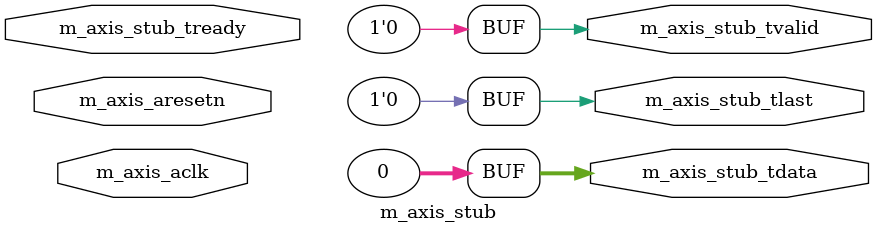
<source format=v>

/* 
 * ----------------------------------------------------------------------------
 *  Project:  OpenIRV
 *  Filename: m_axis_stub.v
 *  Purpose:  AXI4-Stream master stub for debugging purposes.
 * ----------------------------------------------------------------------------
 *  Copyright © 2020-2021, Vaagn Oganesyan <ovgn@protonmail.com>
 *  
 *  Licensed under the Apache License, Version 2.0 (the "License");
 *  you may not use this file except in compliance with the License.
 *  You may obtain a copy of the License at
 *  
 *      http://www.apache.org/licenses/LICENSE-2.0
 *  
 *  Unless required by applicable law or agreed to in writing, software
 *  distributed under the License is distributed on an "AS IS" BASIS,
 *  WITHOUT WARRANTIES OR CONDITIONS OF ANY KIND, either express or implied.
 *  See the License for the specific language governing permissions and
 * ----------------------------------------------------------------------------
 */


`default_nettype none
`timescale 1ps / 1ps


module m_axis_stub
(
    (* X_INTERFACE_PARAMETER = "XIL_INTERFACENAME M_RSTIF, POLARITY ACTIVE_LOW" *)
    (* X_INTERFACE_INFO = "xilinx.com:signal:reset:1.0 M_RSTIF RST" *)
    input   wire    m_axis_aresetn,

    (* X_INTERFACE_PARAMETER = "XIL_INTERFACENAME M_CLKIF, ASSOCIATED_BUSIF M_AXIS_STUB, ASSOCIATED_RESET m_axis_aresetn" *)
    (* X_INTERFACE_INFO = "xilinx.com:signal:clock:1.0 M_CLKIF CLK" *)
    input   wire    m_axis_aclk,

    (* X_INTERFACE_PARAMETER = "XIL_INTERFACENAME M_AXIS_STUB, TDATA_NUM_BYTES 4, TDEST_WIDTH 0, TID_WIDTH 0, TUSER_WIDTH 0, HAS_TREADY 1, HAS_TSTRB 0, HAS_TKEEP 0, HAS_TLAST 1" *)
    (* X_INTERFACE_INFO = "xilinx.com:interface:axis:1.0 M_AXIS_STUB TDATA"  *) output  wire    [31:0]  m_axis_stub_tdata,
    (* X_INTERFACE_INFO = "xilinx.com:interface:axis:1.0 M_AXIS_STUB TVALID" *) output  wire            m_axis_stub_tvalid,
    (* X_INTERFACE_INFO = "xilinx.com:interface:axis:1.0 M_AXIS_STUB TREADY" *) input   wire            m_axis_stub_tready,
    (* X_INTERFACE_INFO = "xilinx.com:interface:axis:1.0 M_AXIS_STUB TUSER"  *) output  wire            m_axis_stub_tlast
);
    
    assign m_axis_stub_tdata  = {32{1'b0}};
    assign m_axis_stub_tvalid = 1'b0;
    assign m_axis_stub_tlast  = 1'b0;

endmodule

/*-------------------------------------------------------------------------------------------------------------------------------------*/

`default_nettype wire

</source>
